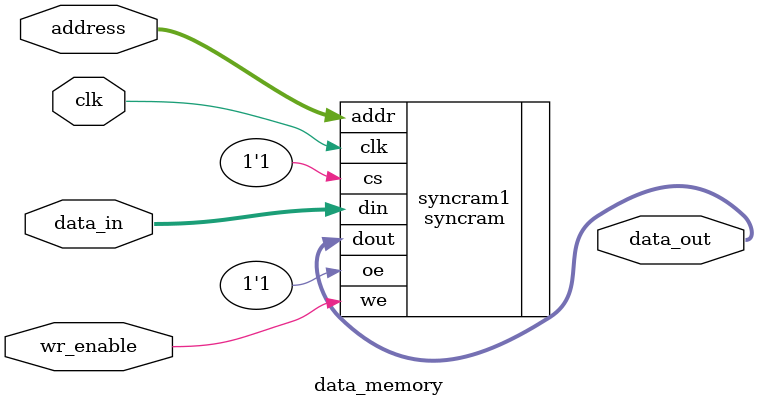
<source format=v>
`include "syncram.v"

module data_memory (clk, wr_enable, data_in, address, data_out);
	input	clk, wr_enable;
	input	[31:0] data_in, address;
	output	[31:0] data_out;

	syncram syncram1 (
	.clk(clk),
	.cs(1'b1),
	.oe(1'b1),
	.we(wr_enable),
	.addr(address),
	.din(data_in),
	.dout(data_out));

endmodule


</source>
